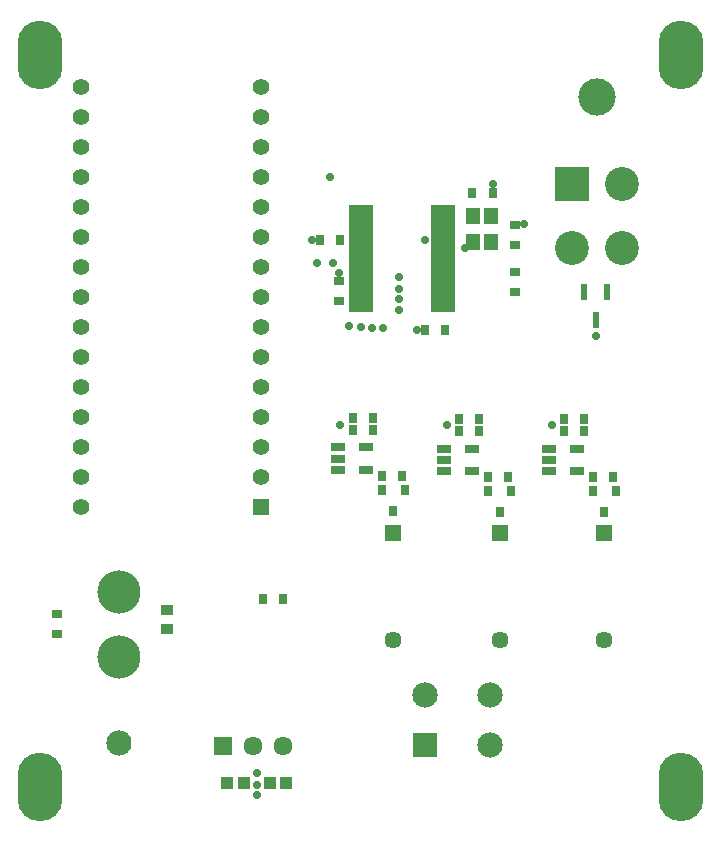
<source format=gts>
G04*
G04 #@! TF.GenerationSoftware,Altium Limited,Altium Designer,23.6.0 (18)*
G04*
G04 Layer_Color=8388736*
%FSLAX44Y44*%
%MOMM*%
G71*
G04*
G04 #@! TF.SameCoordinates,002E3AE9-4B00-44C7-B55F-2903AD9EE070*
G04*
G04*
G04 #@! TF.FilePolarity,Negative*
G04*
G01*
G75*
%ADD20R,1.1500X1.4000*%
%ADD22R,0.5588X1.3208*%
%ADD24R,0.8020X0.9720*%
%ADD26R,1.1051X1.0062*%
%ADD27R,2.1540X0.7340*%
%ADD28R,0.7112X0.8890*%
%ADD29R,0.8890X0.7112*%
%ADD30R,1.2016X0.7516*%
%ADD31R,1.0816X0.9716*%
%ADD32O,3.8016X5.8016*%
%ADD33C,3.6576*%
%ADD34C,2.1336*%
%ADD35C,1.4140*%
%ADD36R,1.4140X1.4140*%
%ADD37C,3.1516*%
%ADD38C,2.8766*%
%ADD39R,2.8766X2.8766*%
%ADD40R,2.1500X2.1500*%
%ADD41C,2.1500*%
%ADD42C,1.6096*%
%ADD43R,1.6096X1.6096*%
%ADD44R,1.4516X1.4516*%
%ADD45C,1.4516*%
%ADD46C,0.7112*%
D20*
X405583Y493400D02*
D03*
Y515400D02*
D03*
X389583D02*
D03*
Y493400D02*
D03*
D22*
X493683Y427050D02*
D03*
X484183Y450926D02*
D03*
X503183D02*
D03*
D24*
X501200Y264800D02*
D03*
X510700Y282500D02*
D03*
X491700D02*
D03*
X322600Y265950D02*
D03*
X332100Y283650D02*
D03*
X313100D02*
D03*
X402900Y282500D02*
D03*
X421900D02*
D03*
X412400Y264800D02*
D03*
D26*
X195665Y35600D02*
D03*
X181654D02*
D03*
X232000D02*
D03*
X217989D02*
D03*
D27*
X294837Y515317D02*
D03*
Y469817D02*
D03*
Y521817D02*
D03*
Y495817D02*
D03*
X364937Y476317D02*
D03*
Y437317D02*
D03*
X294837Y443817D02*
D03*
Y502317D02*
D03*
X364937Y443817D02*
D03*
Y521817D02*
D03*
X294837Y463317D02*
D03*
X364937Y469817D02*
D03*
Y508817D02*
D03*
X294837Y437317D02*
D03*
Y482817D02*
D03*
Y476317D02*
D03*
X364937Y495817D02*
D03*
X294837Y450317D02*
D03*
X364937Y456817D02*
D03*
Y463317D02*
D03*
Y515317D02*
D03*
Y482817D02*
D03*
Y489317D02*
D03*
X294837Y456817D02*
D03*
Y508817D02*
D03*
X364937Y502317D02*
D03*
Y450317D02*
D03*
X294837Y489317D02*
D03*
D28*
X349208Y418602D02*
D03*
X366226D02*
D03*
X491291Y294150D02*
D03*
X508309D02*
D03*
X466591Y343521D02*
D03*
X483609D02*
D03*
X466591Y333050D02*
D03*
X483609D02*
D03*
X406509Y535300D02*
D03*
X389491D02*
D03*
X277709Y495300D02*
D03*
X260691D02*
D03*
X211791Y191600D02*
D03*
X228809D02*
D03*
X377791Y333050D02*
D03*
Y343521D02*
D03*
X394809Y333050D02*
D03*
Y343521D02*
D03*
X305009Y344671D02*
D03*
X287991D02*
D03*
Y334200D02*
D03*
X305009D02*
D03*
X312691Y295300D02*
D03*
X329709D02*
D03*
X419509Y294150D02*
D03*
X402491D02*
D03*
D29*
X425291Y490891D02*
D03*
Y507909D02*
D03*
X425725Y468204D02*
D03*
Y451186D02*
D03*
X276416Y460633D02*
D03*
Y443615D02*
D03*
X38100Y161291D02*
D03*
Y178309D02*
D03*
D30*
X454200Y318450D02*
D03*
Y308950D02*
D03*
Y299450D02*
D03*
X478200D02*
D03*
Y318450D02*
D03*
X275600Y319600D02*
D03*
Y310100D02*
D03*
Y300600D02*
D03*
X299600D02*
D03*
Y319600D02*
D03*
X389400Y318450D02*
D03*
Y299450D02*
D03*
X365400D02*
D03*
Y308950D02*
D03*
Y318450D02*
D03*
D31*
X130763Y165700D02*
D03*
Y181700D02*
D03*
D32*
X23000Y652200D02*
D03*
X566300D02*
D03*
X566300Y32300D02*
D03*
X23000D02*
D03*
D33*
X90345Y197400D02*
D03*
Y142400D02*
D03*
D34*
Y69400D02*
D03*
D35*
X210800Y472100D02*
D03*
Y497500D02*
D03*
Y522900D02*
D03*
Y548300D02*
D03*
Y599100D02*
D03*
Y624500D02*
D03*
X58400D02*
D03*
X210800Y573700D02*
D03*
X58400Y345100D02*
D03*
Y268900D02*
D03*
Y294300D02*
D03*
Y319700D02*
D03*
Y370500D02*
D03*
Y395900D02*
D03*
Y421300D02*
D03*
Y446700D02*
D03*
Y472100D02*
D03*
Y497500D02*
D03*
Y522900D02*
D03*
Y548300D02*
D03*
Y573700D02*
D03*
Y599100D02*
D03*
X210800Y446700D02*
D03*
Y421300D02*
D03*
Y395900D02*
D03*
Y370500D02*
D03*
Y345100D02*
D03*
Y319700D02*
D03*
Y294300D02*
D03*
D36*
Y268900D02*
D03*
D37*
X495000Y616000D02*
D03*
D38*
X516000Y488000D02*
D03*
X474000D02*
D03*
X516000Y543000D02*
D03*
D39*
X474000D02*
D03*
D40*
X349220Y67681D02*
D03*
D41*
Y109681D02*
D03*
X404220Y67681D02*
D03*
Y109681D02*
D03*
D42*
X229300Y66700D02*
D03*
X203900D02*
D03*
D43*
X178500D02*
D03*
D44*
X501200Y246800D02*
D03*
X322300D02*
D03*
X412400D02*
D03*
D45*
X501200Y156800D02*
D03*
X322300D02*
D03*
X412400D02*
D03*
D46*
X383017Y488414D02*
D03*
X433200Y508500D02*
D03*
X456700Y338315D02*
D03*
X348871Y495471D02*
D03*
X493900Y414300D02*
D03*
X253599Y495243D02*
D03*
X406659Y542669D02*
D03*
X269100Y548300D02*
D03*
X313542Y420400D02*
D03*
X327362Y436160D02*
D03*
X327296Y445093D02*
D03*
X304400Y421100D02*
D03*
X327258Y454000D02*
D03*
X294700Y421700D02*
D03*
X327258Y464200D02*
D03*
X285200Y422400D02*
D03*
X277665Y338315D02*
D03*
X271497Y475900D02*
D03*
X276229Y467391D02*
D03*
X257700Y475900D02*
D03*
X342664Y418848D02*
D03*
X207300Y43600D02*
D03*
Y34100D02*
D03*
Y25300D02*
D03*
X367900Y338315D02*
D03*
M02*

</source>
